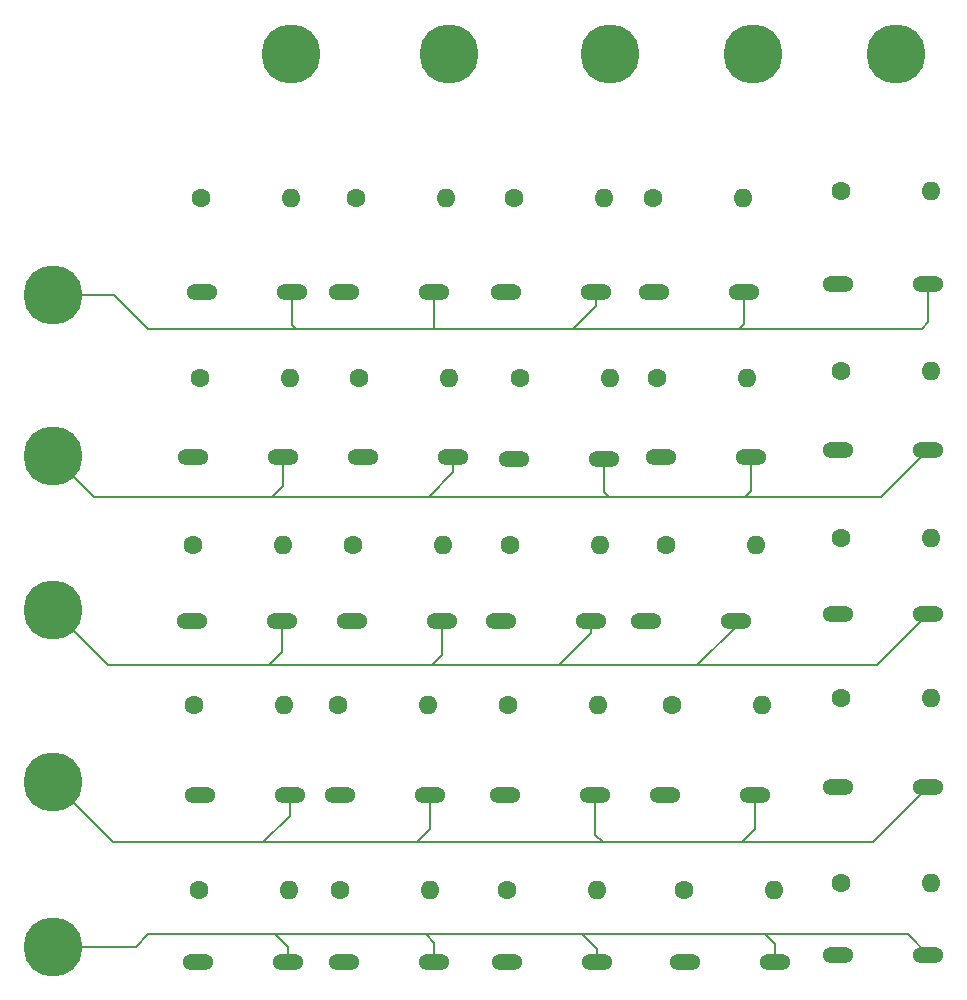
<source format=gbr>
%TF.GenerationSoftware,KiCad,Pcbnew,9.0.1*%
%TF.CreationDate,2025-07-02T23:46:09-04:00*%
%TF.ProjectId,5x5,3578352e-6b69-4636-9164-5f7063625858,rev?*%
%TF.SameCoordinates,Original*%
%TF.FileFunction,Copper,L1,Top*%
%TF.FilePolarity,Positive*%
%FSLAX46Y46*%
G04 Gerber Fmt 4.6, Leading zero omitted, Abs format (unit mm)*
G04 Created by KiCad (PCBNEW 9.0.1) date 2025-07-02 23:46:09*
%MOMM*%
%LPD*%
G01*
G04 APERTURE LIST*
%TA.AperFunction,ComponentPad*%
%ADD10C,5.000000*%
%TD*%
%TA.AperFunction,ComponentPad*%
%ADD11C,1.600000*%
%TD*%
%TA.AperFunction,ComponentPad*%
%ADD12O,1.600000X1.600000*%
%TD*%
%TA.AperFunction,ComponentPad*%
%ADD13O,2.641600X1.320800*%
%TD*%
%TA.AperFunction,Conductor*%
%ADD14C,0.200000*%
%TD*%
G04 APERTURE END LIST*
D10*
%TO.P,H1,1,Pin_1*%
%TO.N,Net-(D1-K)*%
X108656250Y-60391250D03*
%TD*%
%TO.P,H2,1,Pin_1*%
%TO.N,Net-(D10-K)*%
X108656250Y-74021250D03*
%TD*%
%TO.P,H3,1,Pin_1*%
%TO.N,Net-(D11-K)*%
X108656250Y-87051250D03*
%TD*%
%TO.P,H5,1,Pin_1*%
%TO.N,Net-(D21-K)*%
X108656250Y-115570000D03*
%TD*%
%TO.P,H4,1,Pin_1*%
%TO.N,Net-(D16-K)*%
X108656250Y-101600000D03*
%TD*%
D11*
%TO.P,Thing23,1,K*%
%TO.N,Net-(D23-A)*%
X147116250Y-110791250D03*
D12*
%TO.P,Thing23,2,A*%
%TO.N,Net-(H8-Pin_1)*%
X154736250Y-110791250D03*
%TD*%
D11*
%TO.P,Thing15,1,K*%
%TO.N,Net-(D15-A)*%
X175435800Y-80970000D03*
D12*
%TO.P,Thing15,2,A*%
%TO.N,Net-(H10-Pin_1)*%
X183055800Y-80970000D03*
%TD*%
D13*
%TO.P,D6,1,K*%
%TO.N,Net-(D10-K)*%
X128146250Y-74081250D03*
%TO.P,D6,2,A*%
%TO.N,Net-(D6-A)*%
X120526250Y-74081250D03*
%TD*%
%TO.P,D4,1,K*%
%TO.N,Net-(D1-K)*%
X167156250Y-60101250D03*
%TO.P,D4,2,A*%
%TO.N,Net-(D4-A)*%
X159536250Y-60101250D03*
%TD*%
%TO.P,D15,1,K*%
%TO.N,Net-(D11-K)*%
X182810000Y-87370000D03*
%TO.P,D15,2,A*%
%TO.N,Net-(D15-A)*%
X175190000Y-87370000D03*
%TD*%
%TO.P,D18,1,K*%
%TO.N,Net-(D16-K)*%
X154616250Y-102691250D03*
%TO.P,D18,2,A*%
%TO.N,Net-(D18-A)*%
X146996250Y-102691250D03*
%TD*%
D11*
%TO.P,Thing9,1,K*%
%TO.N,Net-(D9-A)*%
X159826250Y-67401250D03*
D12*
%TO.P,Thing9,2,A*%
%TO.N,Net-(H9-Pin_1)*%
X167446250Y-67401250D03*
%TD*%
D11*
%TO.P,Thing7,1,K*%
%TO.N,Net-(D7-A)*%
X134626250Y-67401250D03*
D12*
%TO.P,Thing7,2,A*%
%TO.N,Net-(H7-Pin_1)*%
X142246250Y-67401250D03*
%TD*%
D10*
%TO.P,H9,1,Pin_1*%
%TO.N,Net-(H9-Pin_1)*%
X167956250Y-39951250D03*
%TD*%
D11*
%TO.P,Thing2,1,K*%
%TO.N,Net-(D2-A)*%
X134356250Y-52151250D03*
D12*
%TO.P,Thing2,2,A*%
%TO.N,Net-(H7-Pin_1)*%
X141976250Y-52151250D03*
%TD*%
D11*
%TO.P,Thing25,1,K*%
%TO.N,Net-(D25-A)*%
X175435800Y-110190000D03*
D12*
%TO.P,Thing25,2,A*%
%TO.N,Net-(H10-Pin_1)*%
X183055800Y-110190000D03*
%TD*%
D11*
%TO.P,Thing22,1,K*%
%TO.N,Net-(D22-A)*%
X132976250Y-110791250D03*
D12*
%TO.P,Thing22,2,A*%
%TO.N,Net-(H7-Pin_1)*%
X140596250Y-110791250D03*
%TD*%
D13*
%TO.P,D25,1,K*%
%TO.N,Net-(D21-K)*%
X182810000Y-116238750D03*
%TO.P,D25,2,A*%
%TO.N,Net-(D25-A)*%
X175190000Y-116238750D03*
%TD*%
D11*
%TO.P,Thing21,1,K*%
%TO.N,Net-(D21-A)*%
X121076250Y-110791250D03*
D12*
%TO.P,Thing21,2,A*%
%TO.N,Net-(H6-Pin_1)*%
X128696250Y-110791250D03*
%TD*%
D11*
%TO.P,Thing3,1,K*%
%TO.N,Net-(D3-A)*%
X147756250Y-52151250D03*
D12*
%TO.P,Thing3,2,A*%
%TO.N,Net-(H8-Pin_1)*%
X155376250Y-52151250D03*
%TD*%
D13*
%TO.P,D2,1,K*%
%TO.N,Net-(D1-K)*%
X140946250Y-60101250D03*
%TO.P,D2,2,A*%
%TO.N,Net-(D2-A)*%
X133326250Y-60101250D03*
%TD*%
D10*
%TO.P,H10,1,Pin_1*%
%TO.N,Net-(H10-Pin_1)*%
X180086250Y-39951250D03*
%TD*%
D13*
%TO.P,D7,1,K*%
%TO.N,Net-(D10-K)*%
X142586250Y-74081250D03*
%TO.P,D7,2,A*%
%TO.N,Net-(D7-A)*%
X134966250Y-74081250D03*
%TD*%
%TO.P,D19,1,K*%
%TO.N,Net-(D16-K)*%
X168146250Y-102691250D03*
%TO.P,D19,2,A*%
%TO.N,Net-(D19-A)*%
X160526250Y-102691250D03*
%TD*%
D11*
%TO.P,Thing5,1,K*%
%TO.N,Net-(D5-A)*%
X175435800Y-51550000D03*
D12*
%TO.P,Thing5,2,A*%
%TO.N,Net-(H10-Pin_1)*%
X183055800Y-51550000D03*
%TD*%
D10*
%TO.P,H8,1,Pin_1*%
%TO.N,Net-(H8-Pin_1)*%
X155816250Y-39951250D03*
%TD*%
D13*
%TO.P,D20,1,K*%
%TO.N,Net-(D16-K)*%
X182810000Y-102090000D03*
%TO.P,D20,2,A*%
%TO.N,Net-(D20-A)*%
X175190000Y-102090000D03*
%TD*%
%TO.P,D10,1,K*%
%TO.N,Net-(D10-K)*%
X182810000Y-73480000D03*
%TO.P,D10,2,A*%
%TO.N,Net-(D10-A)*%
X175190000Y-73480000D03*
%TD*%
D11*
%TO.P,Thing14,1,K*%
%TO.N,Net-(D14-A)*%
X160566250Y-81571250D03*
D12*
%TO.P,Thing14,2,A*%
%TO.N,Net-(H9-Pin_1)*%
X168186250Y-81571250D03*
%TD*%
D11*
%TO.P,Thing16,1,K*%
%TO.N,Net-(D16-A)*%
X120646250Y-95101250D03*
D12*
%TO.P,Thing16,2,A*%
%TO.N,Net-(H6-Pin_1)*%
X128266250Y-95101250D03*
%TD*%
D13*
%TO.P,D14,1,K*%
%TO.N,Net-(D11-K)*%
X166486250Y-87971250D03*
%TO.P,D14,2,A*%
%TO.N,Net-(D14-A)*%
X158866250Y-87971250D03*
%TD*%
D11*
%TO.P,Thing18,1,K*%
%TO.N,Net-(D18-A)*%
X147206250Y-95101250D03*
D12*
%TO.P,Thing18,2,A*%
%TO.N,Net-(H8-Pin_1)*%
X154826250Y-95101250D03*
%TD*%
D13*
%TO.P,D13,1,K*%
%TO.N,Net-(D11-K)*%
X154216250Y-87971250D03*
%TO.P,D13,2,A*%
%TO.N,Net-(D13-A)*%
X146596250Y-87971250D03*
%TD*%
D11*
%TO.P,Thing8,1,K*%
%TO.N,Net-(D8-A)*%
X148196250Y-67401250D03*
D12*
%TO.P,Thing8,2,A*%
%TO.N,Net-(H8-Pin_1)*%
X155816250Y-67401250D03*
%TD*%
D11*
%TO.P,Thing20,1,K*%
%TO.N,Net-(D20-A)*%
X175435800Y-94500000D03*
D12*
%TO.P,Thing20,2,A*%
%TO.N,Net-(H10-Pin_1)*%
X183055800Y-94500000D03*
%TD*%
D10*
%TO.P,H7,1,Pin_1*%
%TO.N,Net-(H7-Pin_1)*%
X142240000Y-39951250D03*
%TD*%
D11*
%TO.P,Thing1,1,K*%
%TO.N,Net-(D1-A)*%
X121256250Y-52151250D03*
D12*
%TO.P,Thing1,2,A*%
%TO.N,Net-(H6-Pin_1)*%
X128876250Y-52151250D03*
%TD*%
D10*
%TO.P,H6,1,Pin_1*%
%TO.N,Net-(H6-Pin_1)*%
X128872500Y-39951250D03*
%TD*%
D11*
%TO.P,Thing19,1,K*%
%TO.N,Net-(D19-A)*%
X161076250Y-95101250D03*
D12*
%TO.P,Thing19,2,A*%
%TO.N,Net-(H9-Pin_1)*%
X168696250Y-95101250D03*
%TD*%
D13*
%TO.P,D21,1,K*%
%TO.N,Net-(D21-K)*%
X128570000Y-116840000D03*
%TO.P,D21,2,A*%
%TO.N,Net-(D21-A)*%
X120950000Y-116840000D03*
%TD*%
%TO.P,D12,1,K*%
%TO.N,Net-(D11-K)*%
X141646250Y-87971250D03*
%TO.P,D12,2,A*%
%TO.N,Net-(D12-A)*%
X134026250Y-87971250D03*
%TD*%
%TO.P,D1,1,K*%
%TO.N,Net-(D1-K)*%
X128946250Y-60101250D03*
%TO.P,D1,2,A*%
%TO.N,Net-(D1-A)*%
X121326250Y-60101250D03*
%TD*%
D11*
%TO.P,Thing4,1,K*%
%TO.N,Net-(D4-A)*%
X159516250Y-52151250D03*
D12*
%TO.P,Thing4,2,A*%
%TO.N,Net-(H9-Pin_1)*%
X167136250Y-52151250D03*
%TD*%
D11*
%TO.P,Thing17,1,K*%
%TO.N,Net-(D17-A)*%
X132816250Y-95101250D03*
D12*
%TO.P,Thing17,2,A*%
%TO.N,Net-(H7-Pin_1)*%
X140436250Y-95101250D03*
%TD*%
D11*
%TO.P,Thing24,1,K*%
%TO.N,Net-(D24-A)*%
X162106250Y-110791250D03*
D12*
%TO.P,Thing24,2,A*%
%TO.N,Net-(H9-Pin_1)*%
X169726250Y-110791250D03*
%TD*%
D13*
%TO.P,D9,1,K*%
%TO.N,Net-(D10-K)*%
X167786250Y-74081250D03*
%TO.P,D9,2,A*%
%TO.N,Net-(D9-A)*%
X160166250Y-74081250D03*
%TD*%
%TO.P,D24,1,K*%
%TO.N,Net-(D21-K)*%
X169820000Y-116840000D03*
%TO.P,D24,2,A*%
%TO.N,Net-(D24-A)*%
X162200000Y-116840000D03*
%TD*%
D11*
%TO.P,Thing13,1,K*%
%TO.N,Net-(D13-A)*%
X147376250Y-81571250D03*
D12*
%TO.P,Thing13,2,A*%
%TO.N,Net-(H8-Pin_1)*%
X154996250Y-81571250D03*
%TD*%
D13*
%TO.P,D11,1,K*%
%TO.N,Net-(D11-K)*%
X128096250Y-87971250D03*
%TO.P,D11,2,A*%
%TO.N,Net-(D11-A)*%
X120476250Y-87971250D03*
%TD*%
%TO.P,D17,1,K*%
%TO.N,Net-(D16-K)*%
X140626250Y-102691250D03*
%TO.P,D17,2,A*%
%TO.N,Net-(D17-A)*%
X133006250Y-102691250D03*
%TD*%
%TO.P,D8,1,K*%
%TO.N,Net-(D10-K)*%
X155310000Y-74250000D03*
%TO.P,D8,2,A*%
%TO.N,Net-(D8-A)*%
X147690000Y-74250000D03*
%TD*%
%TO.P,D16,1,K*%
%TO.N,Net-(D16-K)*%
X128756250Y-102691250D03*
%TO.P,D16,2,A*%
%TO.N,Net-(D16-A)*%
X121136250Y-102691250D03*
%TD*%
%TO.P,D3,1,K*%
%TO.N,Net-(D1-K)*%
X154696250Y-60101250D03*
%TO.P,D3,2,A*%
%TO.N,Net-(D3-A)*%
X147076250Y-60101250D03*
%TD*%
%TO.P,D23,1,K*%
%TO.N,Net-(D21-K)*%
X154770000Y-116840000D03*
%TO.P,D23,2,A*%
%TO.N,Net-(D23-A)*%
X147150000Y-116840000D03*
%TD*%
D11*
%TO.P,Thing11,1,K*%
%TO.N,Net-(D11-A)*%
X120546250Y-81571250D03*
D12*
%TO.P,Thing11,2,A*%
%TO.N,Net-(H6-Pin_1)*%
X128166250Y-81571250D03*
%TD*%
D13*
%TO.P,D5,1,K*%
%TO.N,Net-(D1-K)*%
X182810000Y-59500000D03*
%TO.P,D5,2,A*%
%TO.N,Net-(D5-A)*%
X175190000Y-59500000D03*
%TD*%
D11*
%TO.P,Thing12,1,K*%
%TO.N,Net-(D12-A)*%
X134116250Y-81571250D03*
D12*
%TO.P,Thing12,2,A*%
%TO.N,Net-(H7-Pin_1)*%
X141736250Y-81571250D03*
%TD*%
D11*
%TO.P,Thing10,1,K*%
%TO.N,Net-(D10-A)*%
X175435800Y-66800000D03*
D12*
%TO.P,Thing10,2,A*%
%TO.N,Net-(H10-Pin_1)*%
X183055800Y-66800000D03*
%TD*%
D11*
%TO.P,Thing6,1,K*%
%TO.N,Net-(D6-A)*%
X121106250Y-67401250D03*
D12*
%TO.P,Thing6,2,A*%
%TO.N,Net-(H6-Pin_1)*%
X128726250Y-67401250D03*
%TD*%
D13*
%TO.P,D22,1,K*%
%TO.N,Net-(D21-K)*%
X140970000Y-116840000D03*
%TO.P,D22,2,A*%
%TO.N,Net-(D22-A)*%
X133350000Y-116840000D03*
%TD*%
D14*
%TO.N,Net-(D16-K)*%
X108656250Y-101600000D02*
X113806250Y-106750000D01*
%TO.N,Net-(D10-K)*%
X108656250Y-74021250D02*
X112135000Y-77500000D01*
%TO.N,Net-(D11-K)*%
X108656250Y-87051250D02*
X113355000Y-91750000D01*
%TO.N,Net-(D1-K)*%
X108656250Y-60391250D02*
X113891250Y-60391250D01*
X128946250Y-62946250D02*
X129250000Y-63250000D01*
X128946250Y-60101250D02*
X128946250Y-62946250D01*
X129250000Y-63250000D02*
X141000000Y-63250000D01*
%TO.N,Net-(D21-K)*%
X128570000Y-116840000D02*
X128570000Y-115570000D01*
X127500000Y-114500000D02*
X140250000Y-114500000D01*
X128570000Y-115570000D02*
X127500000Y-114500000D01*
X140970000Y-115220000D02*
X140250000Y-114500000D01*
X140970000Y-116840000D02*
X140970000Y-115220000D01*
X140250000Y-114500000D02*
X153500000Y-114500000D01*
X154770000Y-115770000D02*
X153500000Y-114500000D01*
X154770000Y-116840000D02*
X154770000Y-115770000D01*
X153500000Y-114500000D02*
X169000000Y-114500000D01*
X169820000Y-115320000D02*
X169000000Y-114500000D01*
X169820000Y-116840000D02*
X169820000Y-115320000D01*
X169000000Y-114500000D02*
X181071250Y-114500000D01*
X181071250Y-114500000D02*
X182810000Y-116238750D01*
X116750000Y-114500000D02*
X127500000Y-114500000D01*
X115680000Y-115570000D02*
X116750000Y-114500000D01*
X108656250Y-115570000D02*
X115680000Y-115570000D01*
%TO.N,Net-(D16-K)*%
X128756250Y-104493750D02*
X126500000Y-106750000D01*
X128756250Y-102691250D02*
X128756250Y-104493750D01*
X126500000Y-106750000D02*
X139500000Y-106750000D01*
X140626250Y-105623750D02*
X139500000Y-106750000D01*
X139500000Y-106750000D02*
X155250000Y-106750000D01*
X140626250Y-102691250D02*
X140626250Y-105623750D01*
X154616250Y-106116250D02*
X155250000Y-106750000D01*
X113806250Y-106750000D02*
X126500000Y-106750000D01*
X154616250Y-102691250D02*
X154616250Y-106116250D01*
X168146250Y-105603750D02*
X167000000Y-106750000D01*
X167000000Y-106750000D02*
X178150000Y-106750000D01*
X168146250Y-102691250D02*
X168146250Y-105603750D01*
X155250000Y-106750000D02*
X167000000Y-106750000D01*
X178150000Y-106750000D02*
X182810000Y-102090000D01*
%TO.N,Net-(D11-K)*%
X128096250Y-90653750D02*
X127000000Y-91750000D01*
X128096250Y-87971250D02*
X128096250Y-90653750D01*
X113355000Y-91750000D02*
X127000000Y-91750000D01*
X127000000Y-91750000D02*
X140750000Y-91750000D01*
X140750000Y-91750000D02*
X151500000Y-91750000D01*
X141646250Y-87971250D02*
X141646250Y-90853750D01*
X141646250Y-90853750D02*
X140750000Y-91750000D01*
X154216250Y-89033750D02*
X151500000Y-91750000D01*
X154216250Y-87971250D02*
X154216250Y-89033750D01*
X151500000Y-91750000D02*
X163250000Y-91750000D01*
X166486250Y-88513750D02*
X163250000Y-91750000D01*
X163250000Y-91750000D02*
X178430000Y-91750000D01*
X166486250Y-87971250D02*
X166486250Y-88513750D01*
X178430000Y-91750000D02*
X182810000Y-87370000D01*
%TO.N,Net-(D10-K)*%
X128146250Y-76603750D02*
X127250000Y-77500000D01*
X128146250Y-74081250D02*
X128146250Y-76603750D01*
X127250000Y-77500000D02*
X140500000Y-77500000D01*
X142586250Y-74081250D02*
X142586250Y-75413750D01*
X142586250Y-75413750D02*
X140500000Y-77500000D01*
X140500000Y-77500000D02*
X155750000Y-77500000D01*
X155310000Y-77060000D02*
X155750000Y-77500000D01*
X155310000Y-74250000D02*
X155310000Y-77060000D01*
X155750000Y-77500000D02*
X167250000Y-77500000D01*
X167786250Y-76963750D02*
X167250000Y-77500000D01*
X167786250Y-74081250D02*
X167786250Y-76963750D01*
X112135000Y-77500000D02*
X127250000Y-77500000D01*
X178790000Y-77500000D02*
X182810000Y-73480000D01*
X167250000Y-77500000D02*
X178790000Y-77500000D01*
%TO.N,Net-(D1-K)*%
X152750000Y-63250000D02*
X166750000Y-63250000D01*
X140946250Y-60101250D02*
X140946250Y-63196250D01*
X154696250Y-61303750D02*
X152750000Y-63250000D01*
X182250000Y-63250000D02*
X182810000Y-62690000D01*
X166750000Y-63250000D02*
X182250000Y-63250000D01*
X167156250Y-62843750D02*
X166750000Y-63250000D01*
X141000000Y-63250000D02*
X152750000Y-63250000D01*
X154696250Y-60101250D02*
X154696250Y-61303750D01*
X140946250Y-63196250D02*
X141000000Y-63250000D01*
X113891250Y-60391250D02*
X116750000Y-63250000D01*
X116750000Y-63250000D02*
X129250000Y-63250000D01*
X167156250Y-60101250D02*
X167156250Y-62843750D01*
X182810000Y-62690000D02*
X182810000Y-59500000D01*
%TD*%
M02*

</source>
